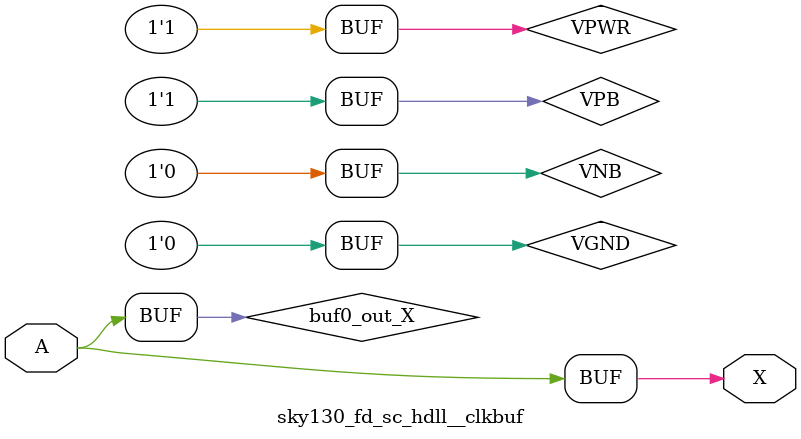
<source format=v>
/*
 * Copyright 2020 The SkyWater PDK Authors
 *
 * Licensed under the Apache License, Version 2.0 (the "License");
 * you may not use this file except in compliance with the License.
 * You may obtain a copy of the License at
 *
 *     https://www.apache.org/licenses/LICENSE-2.0
 *
 * Unless required by applicable law or agreed to in writing, software
 * distributed under the License is distributed on an "AS IS" BASIS,
 * WITHOUT WARRANTIES OR CONDITIONS OF ANY KIND, either express or implied.
 * See the License for the specific language governing permissions and
 * limitations under the License.
 *
 * SPDX-License-Identifier: Apache-2.0
*/


`ifndef SKY130_FD_SC_HDLL__CLKBUF_TIMING_V
`define SKY130_FD_SC_HDLL__CLKBUF_TIMING_V

/**
 * clkbuf: Clock tree buffer.
 *
 * Verilog simulation timing model.
 */

`timescale 1ns / 1ps
`default_nettype none

`celldefine
module sky130_fd_sc_hdll__clkbuf (
    X,
    A
);

    // Module ports
    output X;
    input  A;

    // Module supplies
    supply1 VPWR;
    supply0 VGND;
    supply1 VPB ;
    supply0 VNB ;

    // Local signals
    wire buf0_out_X;

    //  Name  Output      Other arguments
    buf buf0 (buf0_out_X, A              );
    buf buf1 (X         , buf0_out_X     );

endmodule
`endcelldefine

`default_nettype wire
`endif  // SKY130_FD_SC_HDLL__CLKBUF_TIMING_V

</source>
